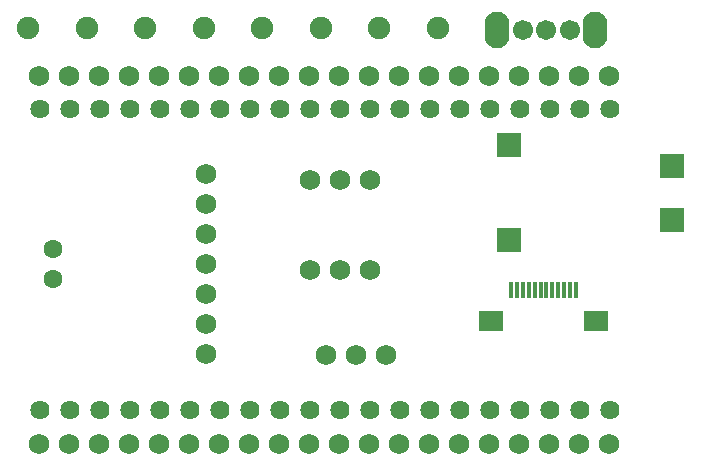
<source format=gbs>
G04 Layer: BottomSolderMaskLayer*
G04 EasyEDA Pro v2.2.43.4, 2025-12-31 16:20:31*
G04 Gerber Generator version 0.3*
G04 Scale: 100 percent, Rotated: No, Reflected: No*
G04 Dimensions in millimeters*
G04 Leading zeros omitted, absolute positions, 4 integers and 5 decimals*
G04 Generated by one-click*
%FSLAX45Y45*%
%MOMM*%
%AMRoundRect*1,1,$1,$2,$3*1,1,$1,$4,$5*1,1,$1,0-$2,0-$3*1,1,$1,0-$4,0-$5*20,1,$1,$2,$3,$4,$5,0*20,1,$1,$4,$5,0-$2,0-$3,0*20,1,$1,0-$2,0-$3,0-$4,0-$5,0*20,1,$1,0-$4,0-$5,$2,$3,0*4,1,4,$2,$3,$4,$5,0-$2,0-$3,0-$4,0-$5,$2,$3,0*%
%ADD10RoundRect,0.09588X-1.00286X0.80286X1.00286X0.80286*%
%ADD11RoundRect,0.08108X-0.16024X0.66026X0.16024X0.66026*%
%ADD12C,1.7516*%
%ADD13C,1.9016*%
%ADD14O,2.1016X3.10159*%
%ADD15O,1.7069X1.7016*%
%ADD16O,1.70155X1.7016*%
%ADD17C,1.6016*%
%ADD18RoundRect,0.09691X-1.00234X-1.00234X-1.00234X1.00234*%
%ADD19C,1.6256*%
G75*


G04 Pad Start*
G54D10*
G01X5512308Y1199502D03*
G01X4622292Y1199452D03*
G54D11*
G01X4792294Y1467549D03*
G01X4842332Y1467549D03*
G01X4892370Y1467549D03*
G01X4942408Y1467549D03*
G01X4992319Y1467549D03*
G01X5042230Y1467549D03*
G01X5092268Y1467549D03*
G01X5142306Y1467549D03*
G01X5192344Y1467549D03*
G01X5242382Y1467549D03*
G01X5292420Y1467549D03*
G01X5342331Y1467549D03*
G54D12*
G01X800100Y165100D03*
G01X1054100Y165100D03*
G01X1308100Y165100D03*
G01X1562100Y165100D03*
G01X1816100Y165100D03*
G01X2070100Y165100D03*
G01X2324100Y165100D03*
G01X2578100Y165100D03*
G01X2832100Y165100D03*
G01X3086100Y165100D03*
G01X3340100Y165100D03*
G01X3594100Y165100D03*
G01X3848100Y165100D03*
G01X4102100Y165100D03*
G01X4356100Y165100D03*
G01X4610100Y165100D03*
G01X4864100Y165100D03*
G01X5118100Y165100D03*
G01X5372100Y165100D03*
G01X5626100Y165100D03*
G01X5626100Y3276600D03*
G01X5372100Y3276600D03*
G01X5118100Y3276600D03*
G01X4864100Y3276600D03*
G01X4610100Y3276600D03*
G01X4356100Y3276600D03*
G01X4102100Y3276600D03*
G01X3848100Y3276600D03*
G01X3594100Y3276600D03*
G01X3340100Y3276600D03*
G01X3086100Y3276600D03*
G01X2832100Y3276600D03*
G01X2578100Y3276600D03*
G01X2324100Y3276600D03*
G01X2070100Y3276600D03*
G01X1816100Y3276600D03*
G01X1562100Y3276600D03*
G01X1308100Y3276600D03*
G01X1054100Y3276600D03*
G01X800100Y3276600D03*
G54D13*
G01X4174300Y3683000D03*
G01X3674301Y3683000D03*
G01X3183700Y3683000D03*
G01X2683701Y3683000D03*
G01X2193100Y3683000D03*
G01X1693101Y3683000D03*
G54D14*
G01X5507711Y3670300D03*
G01X4677689Y3670300D03*
G54D16*
G01X5092700Y3670300D03*
G01X4892700Y3670300D03*
G01X5292700Y3670300D03*
G54D12*
G01X3736340Y916940D03*
G01X3482340Y916940D03*
G01X3228340Y916940D03*
G01X3342640Y2397760D03*
G01X3342640Y1635760D03*
G01X3596640Y2397760D03*
G01X3088640Y2397760D03*
G01X3088640Y1635760D03*
G01X3596640Y1635760D03*
G01X2209800Y2451100D03*
G01X2209800Y2197100D03*
G01X2209800Y1943100D03*
G01X2209800Y1689100D03*
G01X2209800Y1435100D03*
G01X2209800Y1181100D03*
G01X2209800Y927100D03*
G54D17*
G01X914400Y1562100D03*
G01X914400Y1816100D03*
G54D18*
G01X4772200Y1892300D03*
G01X4775200Y2692400D03*
G01X6159500Y2057400D03*
G01X6159500Y2514600D03*
G54D13*
G01X1202500Y3683000D03*
G01X702501Y3683000D03*
G54D19*
G01X801197Y452400D03*
G01X1055197Y452400D03*
G01X1309197Y452400D03*
G01X1563197Y452400D03*
G01X1817197Y452400D03*
G01X2071197Y452400D03*
G01X2325197Y452400D03*
G01X2579197Y452400D03*
G01X2833197Y452400D03*
G01X3087197Y452400D03*
G01X3341197Y452400D03*
G01X3595197Y452400D03*
G01X3849197Y452400D03*
G01X4103197Y452400D03*
G01X4357197Y452400D03*
G01X4611197Y452400D03*
G01X4865197Y452400D03*
G01X5119197Y452400D03*
G01X5373197Y452400D03*
G01X5627197Y452400D03*
G01X5627197Y2994940D03*
G01X5373197Y2994940D03*
G01X5119197Y2994940D03*
G01X4865197Y2994940D03*
G01X4611197Y2994940D03*
G01X4357197Y2994940D03*
G01X4103197Y2994940D03*
G01X3849197Y2994940D03*
G01X3595197Y2994940D03*
G01X3341197Y2994940D03*
G01X3087197Y2994940D03*
G01X2833197Y2994940D03*
G01X2579197Y2994940D03*
G01X2325197Y2994940D03*
G01X2071197Y2994940D03*
G01X1817197Y2994940D03*
G01X1563197Y2994940D03*
G01X1309197Y2994940D03*
G01X1055197Y2994940D03*
G01X801197Y2994940D03*
G04 Pad End*

M02*


</source>
